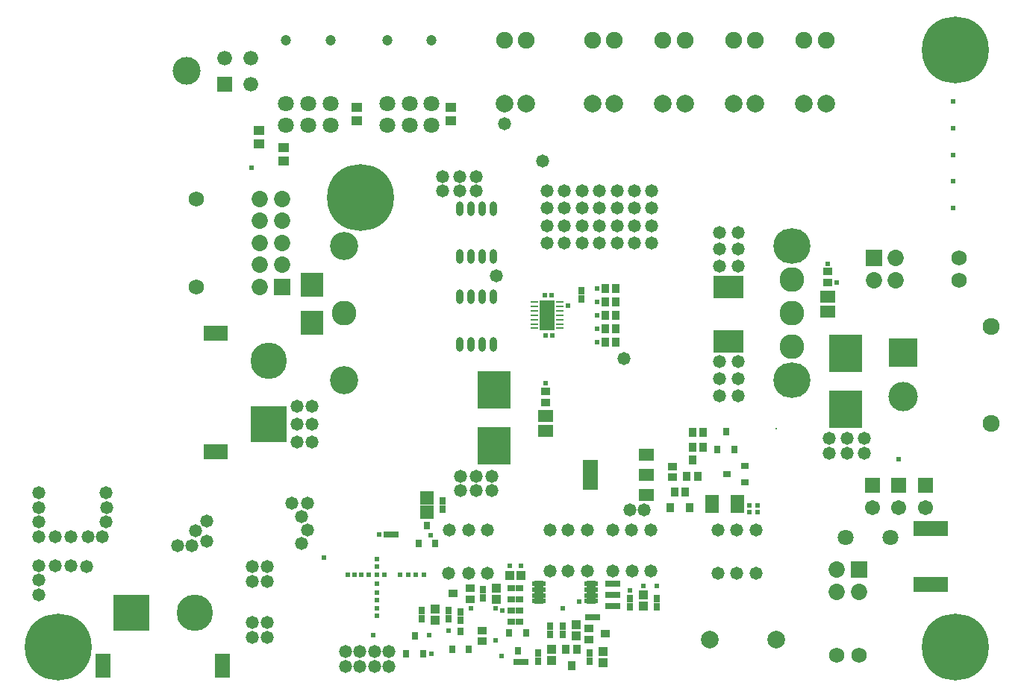
<source format=gbs>
G04*
G04 #@! TF.GenerationSoftware,Altium Limited,Altium Designer,24.1.2 (44)*
G04*
G04 Layer_Color=16711935*
%FSLAX44Y44*%
%MOMM*%
G71*
G04*
G04 #@! TF.SameCoordinates,2E5B26B1-033E-4B1C-A529-2162076C627E*
G04*
G04*
G04 #@! TF.FilePolarity,Negative*
G04*
G01*
G75*
%ADD34R,0.9032X0.8032*%
%ADD37C,1.7524*%
%ADD38C,1.8524*%
%ADD39R,1.8524X1.8524*%
%ADD40C,0.2032*%
%ADD41R,1.7270X2.8270*%
%ADD42R,2.8270X1.7270*%
%ADD43C,2.0032*%
%ADD44C,1.9032*%
%ADD45C,1.7032*%
%ADD46R,1.7032X1.7032*%
%ADD47R,1.8524X1.8524*%
%ADD48R,4.1270X4.1270*%
%ADD49C,4.1270*%
%ADD50R,4.1270X4.1270*%
%ADD51C,1.9270*%
%ADD52C,3.3270*%
%ADD53R,3.3270X3.3270*%
%ADD54C,1.8032*%
%ADD55C,3.1524*%
%ADD56C,1.6724*%
%ADD57R,1.6724X1.6724*%
%ADD58C,1.2032*%
%ADD59O,4.2032X4.0032*%
%ADD60C,2.8032*%
%ADD61C,3.2032*%
%ADD62C,1.4732*%
%ADD63C,0.6032*%
%ADD97R,3.8100X4.2418*%
%ADD111R,1.8000X3.4000*%
%ADD112R,0.8048X0.2492*%
%ADD122R,1.2032X1.0032*%
%ADD123O,1.6032X0.6532*%
%ADD124O,0.8032X1.6532*%
%ADD125R,0.8282X1.0332*%
%ADD126R,2.5032X2.7032*%
%ADD127R,1.6532X1.4032*%
%ADD128R,1.0532X0.9032*%
%ADD129R,3.8532X1.8032*%
%ADD130R,0.9532X1.0532*%
%ADD131R,3.3532X2.6532*%
%ADD132R,0.9032X1.1032*%
%ADD133R,1.8032X3.5032*%
%ADD134R,1.8032X1.4032*%
%ADD135R,1.5032X2.0032*%
%ADD136R,1.6032X1.5032*%
%ADD137R,1.1032X1.0032*%
%ADD138R,1.0032X1.1032*%
%ADD139R,0.8032X0.9032*%
%ADD140R,1.1032X0.9032*%
%ADD141R,1.0532X0.9532*%
%ADD142C,7.6032*%
D34*
X564570Y82550D02*
D03*
X555570D02*
D03*
X800260Y237490D02*
D03*
X820260Y227990D02*
D03*
Y246990D02*
D03*
X414600Y168910D02*
D03*
X423600D02*
D03*
X666060Y113030D02*
D03*
X675060D02*
D03*
X666060Y87630D02*
D03*
X675060D02*
D03*
X675060Y100330D02*
D03*
X666060D02*
D03*
X643200Y74930D02*
D03*
X652200D02*
D03*
X555570Y107950D02*
D03*
X564570D02*
D03*
X561920Y24130D02*
D03*
X570920D02*
D03*
X555570Y95250D02*
D03*
X564570D02*
D03*
X555570Y69850D02*
D03*
X564570D02*
D03*
D37*
X924800Y31700D02*
D03*
X949800D02*
D03*
X1063300Y482700D02*
D03*
Y457700D02*
D03*
X198200Y450000D02*
D03*
Y550000D02*
D03*
D38*
X924800Y103500D02*
D03*
X949800D02*
D03*
X924800Y128500D02*
D03*
X966500Y457700D02*
D03*
X991500Y482700D02*
D03*
Y457700D02*
D03*
X295000Y475000D02*
D03*
Y500000D02*
D03*
Y525000D02*
D03*
Y550000D02*
D03*
X270000Y450000D02*
D03*
Y475000D02*
D03*
Y500000D02*
D03*
Y525000D02*
D03*
Y550000D02*
D03*
D39*
X949800Y128500D02*
D03*
D40*
X384000Y551000D02*
D03*
X856000Y289000D02*
D03*
D41*
X92500Y20000D02*
D03*
X227500D02*
D03*
D42*
X220000Y262500D02*
D03*
Y397500D02*
D03*
D43*
X547500Y658000D02*
D03*
X572500D02*
D03*
X855890Y49530D02*
D03*
X780890D02*
D03*
X832500Y658000D02*
D03*
X807500D02*
D03*
X887500D02*
D03*
X912500D02*
D03*
X672500D02*
D03*
X647500D02*
D03*
X752500D02*
D03*
X727500D02*
D03*
D44*
X547500Y729800D02*
D03*
X572500D02*
D03*
X832500D02*
D03*
X807500D02*
D03*
X887500D02*
D03*
X912500D02*
D03*
X672500D02*
D03*
X647500D02*
D03*
X752500D02*
D03*
X727500D02*
D03*
D45*
X1025000Y199600D02*
D03*
X995000D02*
D03*
X965000D02*
D03*
D46*
X1025000Y225000D02*
D03*
X995000D02*
D03*
X965000D02*
D03*
D47*
X966500Y482700D02*
D03*
X295000Y450000D02*
D03*
D48*
X124000Y80000D02*
D03*
D49*
X196000D02*
D03*
X280000Y366000D02*
D03*
D50*
Y294000D02*
D03*
D51*
X1100000Y405000D02*
D03*
Y295000D02*
D03*
D52*
X1000000Y325000D02*
D03*
D53*
Y375000D02*
D03*
D54*
X935000Y165000D02*
D03*
X985000D02*
D03*
X465000Y658200D02*
D03*
X440000D02*
D03*
X415000D02*
D03*
X465000Y633200D02*
D03*
X440000D02*
D03*
X415000D02*
D03*
X300000D02*
D03*
X325000D02*
D03*
X350000D02*
D03*
X300000Y658200D02*
D03*
X325000D02*
D03*
X350000D02*
D03*
D55*
X186800Y695000D02*
D03*
D56*
X260000Y710000D02*
D03*
Y680000D02*
D03*
X230000Y710000D02*
D03*
D57*
Y680000D02*
D03*
D58*
X415000Y730000D02*
D03*
X465000D02*
D03*
X350000D02*
D03*
X300000D02*
D03*
D59*
X874000Y343800D02*
D03*
Y496200D02*
D03*
D60*
Y381900D02*
D03*
Y420000D02*
D03*
Y458100D02*
D03*
X366000Y420000D02*
D03*
D61*
Y496200D02*
D03*
Y343800D02*
D03*
D62*
X96520Y199390D02*
D03*
X547370Y635000D02*
D03*
X590550Y593090D02*
D03*
X95250Y182880D02*
D03*
Y215900D02*
D03*
X73660Y132080D02*
D03*
X91440Y166370D02*
D03*
X55880Y133350D02*
D03*
X38100D02*
D03*
X19050D02*
D03*
X55880Y166370D02*
D03*
X38100D02*
D03*
X19050D02*
D03*
X74930D02*
D03*
X367030Y35560D02*
D03*
Y19050D02*
D03*
X383540Y35560D02*
D03*
Y19050D02*
D03*
X400050Y35560D02*
D03*
Y19050D02*
D03*
X416560Y35560D02*
D03*
Y19050D02*
D03*
X538480Y462280D02*
D03*
X515620Y558800D02*
D03*
X791210Y326390D02*
D03*
X812800D02*
D03*
X791210Y345440D02*
D03*
X812800D02*
D03*
X791210Y511810D02*
D03*
X812800D02*
D03*
X791210Y492760D02*
D03*
X812800D02*
D03*
X19050Y182880D02*
D03*
Y199390D02*
D03*
Y215900D02*
D03*
Y116840D02*
D03*
X515620Y218440D02*
D03*
X683514Y368300D02*
D03*
X615690Y539310D02*
D03*
X595690D02*
D03*
X615690Y558850D02*
D03*
X595690D02*
D03*
X675380Y539310D02*
D03*
X635380D02*
D03*
X655380D02*
D03*
X675380Y558850D02*
D03*
X655380D02*
D03*
X635380D02*
D03*
X694750D02*
D03*
X714750D02*
D03*
X694750Y539310D02*
D03*
X714750D02*
D03*
Y499940D02*
D03*
X694750D02*
D03*
X714750Y519480D02*
D03*
X694750D02*
D03*
X635380D02*
D03*
X655380D02*
D03*
X675380D02*
D03*
X655380Y499940D02*
D03*
X635380D02*
D03*
X675380D02*
D03*
X595690Y519480D02*
D03*
X615690D02*
D03*
X595690Y499940D02*
D03*
X615690D02*
D03*
X812326Y365213D02*
D03*
X791210Y365215D02*
D03*
X689610Y196850D02*
D03*
X706120D02*
D03*
X670590Y174000D02*
D03*
X691590D02*
D03*
X713590D02*
D03*
X713740Y127000D02*
D03*
X692150D02*
D03*
X670560D02*
D03*
X599440Y173990D02*
D03*
X619760D02*
D03*
X641350D02*
D03*
Y127000D02*
D03*
X619760D02*
D03*
X599440D02*
D03*
X790000Y125000D02*
D03*
X811000D02*
D03*
X833000D02*
D03*
Y174000D02*
D03*
X811000D02*
D03*
X790000D02*
D03*
X485140Y173990D02*
D03*
X506730D02*
D03*
X528320D02*
D03*
Y124460D02*
D03*
X506730D02*
D03*
X483870D02*
D03*
X916000Y278000D02*
D03*
X936000D02*
D03*
X956000D02*
D03*
X936000Y261000D02*
D03*
X916000D02*
D03*
X956000D02*
D03*
X477520Y575310D02*
D03*
X496570D02*
D03*
X515620D02*
D03*
X496570Y558800D02*
D03*
X477520D02*
D03*
X312123Y274000D02*
D03*
Y294000D02*
D03*
Y314000D02*
D03*
X329123Y294000D02*
D03*
Y274000D02*
D03*
Y314000D02*
D03*
X497840Y218440D02*
D03*
X533400D02*
D03*
X497840Y234950D02*
D03*
X533400D02*
D03*
X515620D02*
D03*
X19050Y100330D02*
D03*
X209550Y161290D02*
D03*
X193040Y156210D02*
D03*
X176530D02*
D03*
X196850Y172720D02*
D03*
X209550Y184150D02*
D03*
X323850Y204470D02*
D03*
Y173990D02*
D03*
X317500Y158750D02*
D03*
Y189230D02*
D03*
X306070Y204470D02*
D03*
X278130Y115570D02*
D03*
Y132080D02*
D03*
X261620Y115570D02*
D03*
Y132080D02*
D03*
X278130Y52070D02*
D03*
Y68580D02*
D03*
X261620Y52070D02*
D03*
Y68580D02*
D03*
X812800Y473710D02*
D03*
X791210D02*
D03*
D63*
X924560Y454660D02*
D03*
X613410Y85090D02*
D03*
X402590Y76200D02*
D03*
Y85090D02*
D03*
Y93980D02*
D03*
X652780Y387350D02*
D03*
Y402590D02*
D03*
Y417830D02*
D03*
Y448310D02*
D03*
Y433070D02*
D03*
X405130Y168910D02*
D03*
X342900Y142240D02*
D03*
X544830Y82550D02*
D03*
X462280Y54610D02*
D03*
X398780D02*
D03*
X537210Y48260D02*
D03*
X509270Y85090D02*
D03*
X537210D02*
D03*
X463550Y167640D02*
D03*
X483870Y59690D02*
D03*
X464820Y33020D02*
D03*
X632460Y92710D02*
D03*
X566420Y133350D02*
D03*
X553720D02*
D03*
X834390Y194310D02*
D03*
X825500D02*
D03*
X593090Y440690D02*
D03*
X600710D02*
D03*
X594360Y394970D02*
D03*
X601980D02*
D03*
X914400Y476130D02*
D03*
X594360Y340360D02*
D03*
X1056640Y660400D02*
D03*
Y629920D02*
D03*
X1056707Y600000D02*
D03*
X1056640Y570230D02*
D03*
Y539750D02*
D03*
X689610Y105410D02*
D03*
X455930Y123190D02*
D03*
X447040D02*
D03*
X438150D02*
D03*
X402590Y102870D02*
D03*
Y140970D02*
D03*
X393700Y123190D02*
D03*
X369570D02*
D03*
X619760Y428498D02*
D03*
X720190Y110390D02*
D03*
X704950D02*
D03*
X260350Y585470D02*
D03*
X994410Y254000D02*
D03*
X825500Y201930D02*
D03*
X834390D02*
D03*
X544000Y31000D02*
D03*
X384810Y123190D02*
D03*
X411480D02*
D03*
X402590Y113030D02*
D03*
Y132080D02*
D03*
X429260Y123190D02*
D03*
X377190D02*
D03*
X402590D02*
D03*
D97*
X934720Y311023D02*
D03*
Y374777D02*
D03*
X535940Y332867D02*
D03*
Y269113D02*
D03*
D111*
X595630Y417830D02*
D03*
D112*
X610154Y402830D02*
D03*
Y407830D02*
D03*
Y412830D02*
D03*
Y417830D02*
D03*
Y422830D02*
D03*
Y427830D02*
D03*
Y432830D02*
D03*
X581106D02*
D03*
Y427830D02*
D03*
Y422830D02*
D03*
Y417830D02*
D03*
Y412830D02*
D03*
Y407830D02*
D03*
Y402830D02*
D03*
D122*
X379730Y653930D02*
D03*
Y638930D02*
D03*
X269240Y627260D02*
D03*
Y612260D02*
D03*
X297180Y593210D02*
D03*
Y608210D02*
D03*
X486410Y638930D02*
D03*
Y653930D02*
D03*
D123*
X645450Y112620D02*
D03*
Y106120D02*
D03*
Y99620D02*
D03*
Y93120D02*
D03*
X586450Y112620D02*
D03*
Y106120D02*
D03*
Y99620D02*
D03*
Y93120D02*
D03*
D124*
X496570Y539060D02*
D03*
X509270D02*
D03*
X521970D02*
D03*
X534670D02*
D03*
X496570Y484560D02*
D03*
X509270D02*
D03*
X521970D02*
D03*
X534670D02*
D03*
X496570Y438730D02*
D03*
X509270D02*
D03*
X521970D02*
D03*
X534670D02*
D03*
X496570Y384230D02*
D03*
X509270D02*
D03*
X521970D02*
D03*
X534670D02*
D03*
D125*
X757885Y199390D02*
D03*
X735635D02*
D03*
D126*
X328930Y409120D02*
D03*
Y452120D02*
D03*
D127*
X914400Y422030D02*
D03*
Y439030D02*
D03*
X594360Y303140D02*
D03*
Y286140D02*
D03*
D128*
X914400Y454760D02*
D03*
Y467260D02*
D03*
X594360Y331370D02*
D03*
Y318870D02*
D03*
D129*
X1031240Y111680D02*
D03*
Y175180D02*
D03*
D130*
X740760Y217170D02*
D03*
X752760D02*
D03*
X662020Y433070D02*
D03*
X674020D02*
D03*
X662020Y387350D02*
D03*
X674020D02*
D03*
X662020Y417830D02*
D03*
X674020D02*
D03*
X662020Y402590D02*
D03*
X674020D02*
D03*
X662020Y448310D02*
D03*
X674020D02*
D03*
X761080Y267970D02*
D03*
X773080D02*
D03*
X761080Y284480D02*
D03*
X773080D02*
D03*
D131*
X801370Y388100D02*
D03*
Y450100D02*
D03*
D132*
X767230Y234340D02*
D03*
X754230D02*
D03*
X760730Y253340D02*
D03*
X623570Y19710D02*
D03*
X630070Y38710D02*
D03*
X617070D02*
D03*
D133*
X644910Y236220D02*
D03*
D134*
X708910Y213220D02*
D03*
Y236220D02*
D03*
Y259220D02*
D03*
D135*
X812060Y203200D02*
D03*
X783060D02*
D03*
D136*
X459740Y193930D02*
D03*
Y209930D02*
D03*
D137*
X628650Y65940D02*
D03*
Y53440D02*
D03*
X704850Y87730D02*
D03*
Y100230D02*
D03*
X659130Y35460D02*
D03*
Y22960D02*
D03*
X538480Y107850D02*
D03*
Y95350D02*
D03*
X600710Y38000D02*
D03*
Y25500D02*
D03*
X468630Y83720D02*
D03*
Y71220D02*
D03*
D138*
X553820Y121920D02*
D03*
X566320D02*
D03*
D139*
X469240Y158910D02*
D03*
X450240D02*
D03*
X459740Y178910D02*
D03*
X798830Y285590D02*
D03*
X789330Y265590D02*
D03*
X808330D02*
D03*
X497840Y58260D02*
D03*
X488340Y38260D02*
D03*
X507340D02*
D03*
X553110Y56990D02*
D03*
X572110D02*
D03*
X562610Y36990D02*
D03*
X445770Y53180D02*
D03*
X436270Y33180D02*
D03*
X455270D02*
D03*
X635000Y445190D02*
D03*
Y436190D02*
D03*
X477520Y206430D02*
D03*
Y197430D02*
D03*
X720090Y86940D02*
D03*
Y95940D02*
D03*
X497840Y80700D02*
D03*
Y71700D02*
D03*
X689610Y95940D02*
D03*
Y86940D02*
D03*
X643890Y24710D02*
D03*
Y33710D02*
D03*
X523240Y97100D02*
D03*
Y106100D02*
D03*
X453390Y72970D02*
D03*
Y81970D02*
D03*
X585470Y24710D02*
D03*
Y33710D02*
D03*
X483870Y72970D02*
D03*
Y81970D02*
D03*
X613410Y55190D02*
D03*
Y64190D02*
D03*
X599440Y64190D02*
D03*
Y55190D02*
D03*
D140*
X489610Y101600D02*
D03*
X508610Y95100D02*
D03*
Y108100D02*
D03*
X662280Y55880D02*
D03*
X643280Y62380D02*
D03*
Y49380D02*
D03*
D141*
X737870Y246030D02*
D03*
Y234030D02*
D03*
X521970Y47340D02*
D03*
Y59340D02*
D03*
D142*
X383999Y550999D02*
D03*
X1059000Y41000D02*
D03*
Y719000D02*
D03*
X41000Y41000D02*
D03*
M02*

</source>
